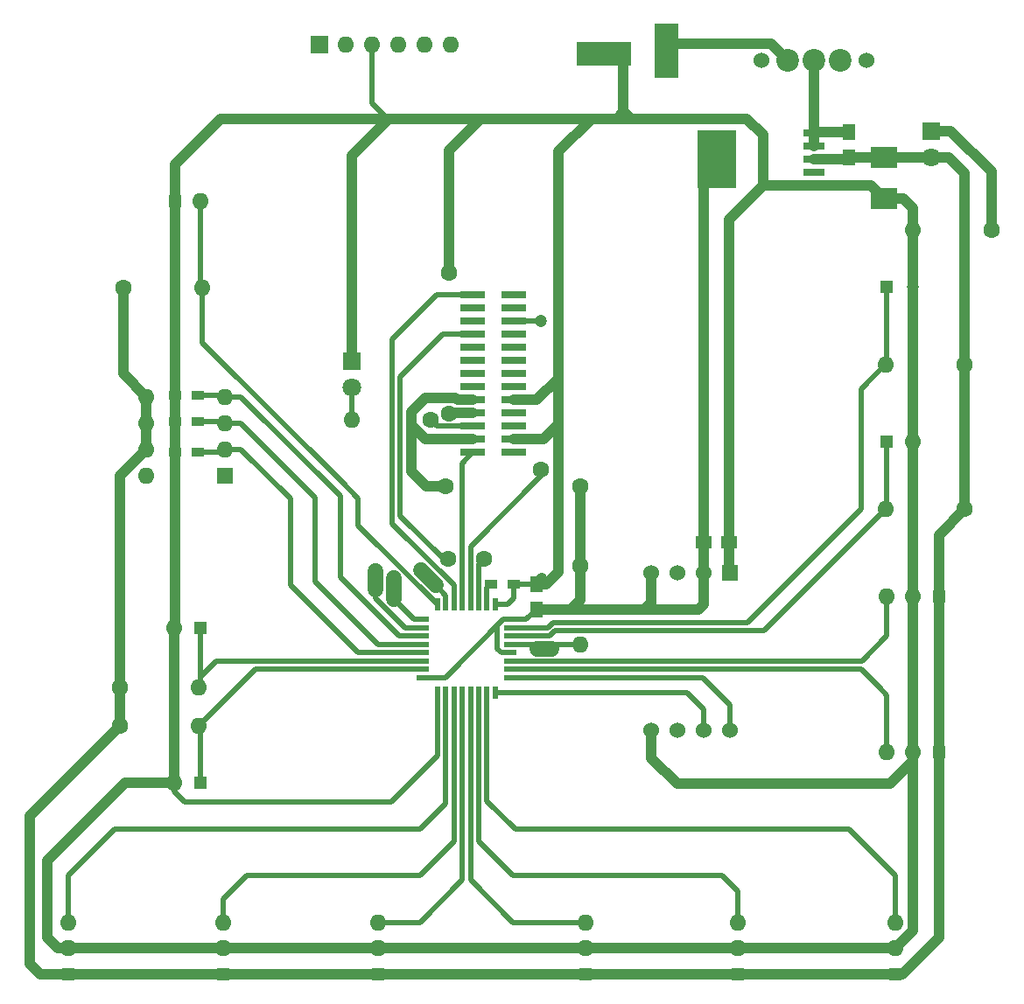
<source format=gbr>
G04 #@! TF.FileFunction,Copper,L2,Bot,Signal*
%FSLAX46Y46*%
G04 Gerber Fmt 4.6, Leading zero omitted, Abs format (unit mm)*
G04 Created by KiCad (PCBNEW 4.0.6) date 06/21/17 19:22:11*
%MOMM*%
%LPD*%
G01*
G04 APERTURE LIST*
%ADD10C,0.100000*%
%ADD11R,1.200000X0.600000*%
%ADD12R,0.600000X1.200000*%
%ADD13R,2.400000X0.750000*%
%ADD14R,1.524000X1.524000*%
%ADD15R,1.500000X1.250000*%
%ADD16R,1.250000X1.500000*%
%ADD17R,2.500000X2.000000*%
%ADD18R,1.800000X1.800000*%
%ADD19C,1.800000*%
%ADD20R,1.200000X1.200000*%
%ADD21C,1.200000*%
%ADD22O,1.600000X1.600000*%
%ADD23R,1.200000X0.900000*%
%ADD24R,1.600000X1.600000*%
%ADD25R,2.123950X0.680000*%
%ADD26R,3.749550X5.699760*%
%ADD27C,1.524000*%
%ADD28C,2.200000*%
%ADD29R,1.700000X1.700000*%
%ADD30C,1.600000*%
%ADD31C,1.000000*%
%ADD32C,0.500000*%
%ADD33C,0.400000*%
%ADD34C,1.500000*%
G04 APERTURE END LIST*
D10*
D11*
X98250000Y-129700000D03*
X98250000Y-130500000D03*
X98250000Y-131300000D03*
X98250000Y-132100000D03*
X98250000Y-132900000D03*
X98250000Y-133700000D03*
X98250000Y-134500000D03*
X98250000Y-135300000D03*
D12*
X96800000Y-136750000D03*
X96000000Y-136750000D03*
X95200000Y-136750000D03*
X94400000Y-136750000D03*
X93600000Y-136750000D03*
X92800000Y-136750000D03*
X92000000Y-136750000D03*
X91200000Y-136750000D03*
D11*
X89750000Y-135300000D03*
X89750000Y-134500000D03*
X89750000Y-133700000D03*
X89750000Y-132900000D03*
X89750000Y-132100000D03*
X89750000Y-131300000D03*
X89750000Y-130500000D03*
X89750000Y-129700000D03*
D12*
X91200000Y-128250000D03*
X92000000Y-128250000D03*
X92800000Y-128250000D03*
X93600000Y-128250000D03*
X94400000Y-128250000D03*
X95200000Y-128250000D03*
X96000000Y-128250000D03*
X96800000Y-128250000D03*
D13*
X94650000Y-98280000D03*
X98550000Y-98280000D03*
X94650000Y-99550000D03*
X98550000Y-99550000D03*
X94650000Y-100820000D03*
X98550000Y-100820000D03*
X94650000Y-102090000D03*
X98550000Y-102090000D03*
X94650000Y-103360000D03*
X98550000Y-103360000D03*
X94650000Y-104630000D03*
X98550000Y-104630000D03*
X94650000Y-105900000D03*
X98550000Y-105900000D03*
X94650000Y-107170000D03*
X98550000Y-107170000D03*
X94650000Y-108440000D03*
X98550000Y-108440000D03*
X94650000Y-109710000D03*
X98550000Y-109710000D03*
X94650000Y-110980000D03*
X98550000Y-110980000D03*
X94650000Y-112250000D03*
X98550000Y-112250000D03*
X94650000Y-113520000D03*
X98550000Y-113520000D03*
D14*
X113775000Y-76500000D03*
X113025000Y-76500000D03*
X113775000Y-75750000D03*
X113025000Y-75750000D03*
X113775000Y-75000000D03*
X113025000Y-75000000D03*
X113775000Y-74250000D03*
X113025000Y-74250000D03*
X113775000Y-73500000D03*
X113025000Y-73500000D03*
X113775000Y-72750000D03*
X113025000Y-72750000D03*
X109200000Y-75300000D03*
X108450000Y-75300000D03*
X107700000Y-75300000D03*
X106950000Y-75300000D03*
X106200000Y-75300000D03*
X105450000Y-75300000D03*
X109200000Y-74550000D03*
X108450000Y-74550000D03*
X107700000Y-74550000D03*
X106950000Y-74550000D03*
X106200000Y-74550000D03*
X105450000Y-74550000D03*
D15*
X119450000Y-122200000D03*
X116950000Y-122200000D03*
D16*
X100750000Y-128750000D03*
X100750000Y-126250000D03*
X131000000Y-82500000D03*
X131000000Y-85000000D03*
D17*
X134400000Y-88950000D03*
X134400000Y-84950000D03*
D18*
X82950000Y-104650000D03*
D19*
X82950000Y-107190000D03*
D20*
X134700000Y-97500000D03*
D21*
X137200000Y-97500000D03*
D20*
X68250000Y-145500000D03*
D22*
X65750000Y-145500000D03*
D23*
X68000000Y-108000000D03*
X65800000Y-108000000D03*
X68000000Y-110500000D03*
X65800000Y-110500000D03*
X68000000Y-113500000D03*
X65800000Y-113500000D03*
X98600000Y-126250000D03*
X96400000Y-126250000D03*
D24*
X70650000Y-115750000D03*
D22*
X63030000Y-108130000D03*
X70650000Y-113210000D03*
X63030000Y-110670000D03*
X70650000Y-110670000D03*
X63030000Y-113210000D03*
X70650000Y-108130000D03*
X63030000Y-115750000D03*
D20*
X65800000Y-89200000D03*
D22*
X68300000Y-89200000D03*
D25*
X127660451Y-87658549D03*
X127660451Y-85118549D03*
X127660451Y-86388549D03*
X127660451Y-83848549D03*
X127660451Y-82578549D03*
D26*
X118214951Y-85118029D03*
D27*
X122570000Y-75600000D03*
X132730000Y-75600000D03*
D28*
X127650000Y-75600000D03*
X125110000Y-75600000D03*
X130190000Y-75600000D03*
D27*
X111920000Y-140420000D03*
X114460000Y-140420000D03*
X117000000Y-140420000D03*
X119540000Y-140420000D03*
D14*
X119540000Y-125180000D03*
D27*
X117000000Y-125180000D03*
X114460000Y-125180000D03*
X111920000Y-125180000D03*
D29*
X79800000Y-74050000D03*
D22*
X82340000Y-74050000D03*
X84880000Y-74050000D03*
X87420000Y-74050000D03*
X89960000Y-74050000D03*
X92500000Y-74050000D03*
D20*
X134700000Y-112500000D03*
D22*
X137200000Y-112500000D03*
D20*
X68250000Y-130500000D03*
D22*
X65750000Y-130500000D03*
D18*
X139000000Y-82400000D03*
D19*
X139000000Y-84940000D03*
D20*
X105500000Y-164000000D03*
D22*
X105500000Y-161500000D03*
X105500000Y-159000000D03*
D20*
X139700000Y-127500000D03*
D22*
X137200000Y-127500000D03*
X134700000Y-127500000D03*
D20*
X55500000Y-164000000D03*
D22*
X55500000Y-161500000D03*
X55500000Y-159000000D03*
D20*
X70500000Y-164000000D03*
D22*
X70500000Y-161500000D03*
X70500000Y-159000000D03*
D20*
X85500000Y-164000000D03*
D22*
X85500000Y-161500000D03*
X85500000Y-159000000D03*
D20*
X120250000Y-164000000D03*
D22*
X120250000Y-161500000D03*
X120250000Y-159000000D03*
D20*
X135500000Y-164000000D03*
D22*
X135500000Y-161500000D03*
X135500000Y-159000000D03*
D20*
X139700000Y-142500000D03*
D22*
X137200000Y-142500000D03*
X134700000Y-142500000D03*
D30*
X105050000Y-124500000D03*
D22*
X105050000Y-132120000D03*
D30*
X60500000Y-140000000D03*
D22*
X68120000Y-140000000D03*
D30*
X60500000Y-136250000D03*
D22*
X68120000Y-136250000D03*
D30*
X60800000Y-97600000D03*
D22*
X68420000Y-97600000D03*
D30*
X142200000Y-105000000D03*
D22*
X134580000Y-105000000D03*
D30*
X142200000Y-119000000D03*
D22*
X134580000Y-119000000D03*
D30*
X144800000Y-91950000D03*
D22*
X137180000Y-91950000D03*
D30*
X90550000Y-110400000D03*
D22*
X82930000Y-110400000D03*
D30*
X92300000Y-96100000D03*
X92300000Y-109750000D03*
X105050000Y-116800000D03*
X92000000Y-116800000D03*
D21*
X101250000Y-100800000D03*
D30*
X101250000Y-115150000D03*
X92250000Y-123850000D03*
X95700000Y-123850000D03*
D31*
X125110000Y-75600000D02*
X123460000Y-73950000D01*
X123460000Y-73950000D02*
X114075000Y-73950000D01*
X114075000Y-73950000D02*
X113775000Y-74250000D01*
X113775000Y-74250000D02*
X113775000Y-75000000D01*
D32*
X84880000Y-74050000D02*
X84880000Y-79680000D01*
X86400000Y-81200000D02*
X86400000Y-81300000D01*
X84880000Y-79680000D02*
X86400000Y-81200000D01*
D31*
X94650000Y-109710000D02*
X92340000Y-109710000D01*
X92300000Y-84300000D02*
X95400000Y-81200000D01*
X92300000Y-96100000D02*
X92300000Y-84300000D01*
X92340000Y-109710000D02*
X92300000Y-109750000D01*
X98550000Y-112250000D02*
X101450000Y-112250000D01*
X101450000Y-112250000D02*
X102900000Y-110800000D01*
X98550000Y-108440000D02*
X100810000Y-108440000D01*
X100810000Y-108440000D02*
X102900000Y-106350000D01*
X100750000Y-126250000D02*
X101700000Y-126250000D01*
X102900000Y-84400000D02*
X106100000Y-81200000D01*
X102900000Y-125050000D02*
X102900000Y-110800000D01*
X102900000Y-110800000D02*
X102900000Y-106350000D01*
X102900000Y-106350000D02*
X102900000Y-84400000D01*
X101700000Y-126250000D02*
X102900000Y-125050000D01*
X109200000Y-80550000D02*
X109250000Y-80550000D01*
X109250000Y-80550000D02*
X109900000Y-81200000D01*
X109200000Y-75300000D02*
X109200000Y-80550000D01*
X109200000Y-80550000D02*
X108550000Y-81200000D01*
X82950000Y-85100000D02*
X82950000Y-84750000D01*
X82950000Y-84750000D02*
X86400000Y-81300000D01*
X86400000Y-81300000D02*
X86500000Y-81200000D01*
X82950000Y-90600000D02*
X82950000Y-85100000D01*
X82950000Y-104650000D02*
X82950000Y-90600000D01*
X82950000Y-90600000D02*
X82950000Y-90550000D01*
X93900000Y-81200000D02*
X86500000Y-81200000D01*
X103850000Y-81200000D02*
X95400000Y-81200000D01*
X95400000Y-81200000D02*
X93900000Y-81200000D01*
X122741451Y-87658549D02*
X122741451Y-85000000D01*
X121150000Y-81200000D02*
X109900000Y-81200000D01*
X122741451Y-82791451D02*
X121150000Y-81200000D01*
X122741451Y-85000000D02*
X122741451Y-82791451D01*
X109900000Y-81200000D02*
X108550000Y-81200000D01*
X108550000Y-81200000D02*
X106100000Y-81200000D01*
X106100000Y-81200000D02*
X103850000Y-81200000D01*
X86500000Y-81200000D02*
X84200000Y-81200000D01*
X84200000Y-81200000D02*
X70250000Y-81200000D01*
X70250000Y-81200000D02*
X65800000Y-85650000D01*
X65800000Y-85650000D02*
X65800000Y-89200000D01*
X107700000Y-75300000D02*
X108450000Y-75300000D01*
X119450000Y-90950000D02*
X122741451Y-87658549D01*
X119450000Y-108000000D02*
X119450000Y-90950000D01*
X119450000Y-122200000D02*
X119450000Y-108000000D01*
X122741451Y-87658549D02*
X127660451Y-87658549D01*
X101300000Y-125700000D02*
X100750000Y-126250000D01*
X137200000Y-97500000D02*
X137200000Y-91970000D01*
X137200000Y-91970000D02*
X137180000Y-91950000D01*
X137180000Y-91950000D02*
X137180000Y-89880000D01*
X134400000Y-88950000D02*
X136250000Y-88950000D01*
X136250000Y-88950000D02*
X137180000Y-89880000D01*
X137180000Y-97480000D02*
X137200000Y-97500000D01*
D32*
X91200000Y-136750000D02*
X91200000Y-142850000D01*
X65750000Y-146350000D02*
X65750000Y-145500000D01*
X66750000Y-147350000D02*
X65750000Y-146350000D01*
X86700000Y-147350000D02*
X66750000Y-147350000D01*
X91200000Y-142850000D02*
X86700000Y-147350000D01*
D31*
X119450000Y-122200000D02*
X119450000Y-125090000D01*
X119450000Y-125090000D02*
X119540000Y-125180000D01*
X127660451Y-87658549D02*
X133108549Y-87658549D01*
X133108549Y-87658549D02*
X134400000Y-88950000D01*
X111920000Y-140420000D02*
X111920000Y-143120000D01*
X135000000Y-145600000D02*
X137200000Y-143400000D01*
X114400000Y-145600000D02*
X135000000Y-145600000D01*
X111920000Y-143120000D02*
X114400000Y-145600000D01*
X137200000Y-145000000D02*
X137200000Y-159800000D01*
X137200000Y-159800000D02*
X135500000Y-161500000D01*
X65800000Y-89200000D02*
X65800000Y-108000000D01*
X65800000Y-113500000D02*
X65800000Y-130450000D01*
X65800000Y-130450000D02*
X65750000Y-130500000D01*
X53500000Y-153000000D02*
X61000000Y-145500000D01*
X54500000Y-161500000D02*
X53500000Y-160500000D01*
X53500000Y-160500000D02*
X53500000Y-153000000D01*
X55500000Y-161500000D02*
X54500000Y-161500000D01*
X61000000Y-145500000D02*
X65750000Y-145500000D01*
X65750000Y-130500000D02*
X65750000Y-145500000D01*
X137200000Y-97500000D02*
X137200000Y-112500000D01*
X137200000Y-127500000D02*
X137200000Y-112500000D01*
D32*
X91200000Y-136750000D02*
X91200000Y-136800000D01*
D31*
X137200000Y-142500000D02*
X137200000Y-143400000D01*
X137200000Y-143400000D02*
X137200000Y-145000000D01*
X137200000Y-145000000D02*
X137200000Y-145250000D01*
X55500000Y-161500000D02*
X70500000Y-161500000D01*
X70500000Y-161500000D02*
X85500000Y-161500000D01*
X85500000Y-161500000D02*
X105500000Y-161500000D01*
X105500000Y-161500000D02*
X120250000Y-161500000D01*
X120250000Y-161500000D02*
X135500000Y-161500000D01*
X137200000Y-127500000D02*
X137200000Y-142500000D01*
D32*
X96800000Y-128250000D02*
X98000000Y-128250000D01*
X98600000Y-127650000D02*
X98600000Y-126250000D01*
X98000000Y-128250000D02*
X98600000Y-127650000D01*
X100750000Y-126250000D02*
X98600000Y-126250000D01*
D31*
X65800000Y-108000000D02*
X65800000Y-110500000D01*
X65800000Y-110500000D02*
X65800000Y-113500000D01*
X94650000Y-108440000D02*
X93140000Y-108440000D01*
X88700000Y-109600000D02*
X88700000Y-110600000D01*
X90050000Y-108250000D02*
X88700000Y-109600000D01*
X92950000Y-108250000D02*
X90050000Y-108250000D01*
X93140000Y-108440000D02*
X92950000Y-108250000D01*
X105050000Y-124500000D02*
X105050000Y-116800000D01*
X105050000Y-124500000D02*
X105050000Y-127800000D01*
X105050000Y-127800000D02*
X104100000Y-128750000D01*
X118214951Y-85118029D02*
X116950000Y-86382980D01*
X116950000Y-86382980D02*
X116950000Y-122200000D01*
X88700000Y-110600000D02*
X88700000Y-115350000D01*
X90150000Y-116800000D02*
X92000000Y-116800000D01*
X88700000Y-115350000D02*
X90150000Y-116800000D01*
X91500000Y-112250000D02*
X90050000Y-112250000D01*
X90050000Y-112250000D02*
X88700000Y-110900000D01*
X94650000Y-112250000D02*
X91500000Y-112250000D01*
D32*
X88700000Y-110900000D02*
X88700000Y-110600000D01*
D31*
X118215471Y-85118549D02*
X118214951Y-85118029D01*
X139000000Y-84940000D02*
X140690000Y-84940000D01*
X142200000Y-86450000D02*
X142200000Y-90100000D01*
X140690000Y-84940000D02*
X142200000Y-86450000D01*
X134400000Y-84950000D02*
X138990000Y-84950000D01*
X142200000Y-90100000D02*
X142200000Y-105000000D01*
X142200000Y-88160000D02*
X142200000Y-90100000D01*
D32*
X89750000Y-135300000D02*
X91950000Y-135300000D01*
X91950000Y-135300000D02*
X97550000Y-129700000D01*
X97550000Y-129700000D02*
X98250000Y-129700000D01*
D31*
X116950000Y-122200000D02*
X117000000Y-122250000D01*
X117000000Y-122250000D02*
X117000000Y-125180000D01*
X118215471Y-85118549D02*
X118214951Y-85118029D01*
X127660451Y-85118549D02*
X130881451Y-85118549D01*
X130881451Y-85118549D02*
X131050000Y-84950000D01*
X131050000Y-84950000D02*
X134400000Y-84950000D01*
X117000000Y-125180000D02*
X117000000Y-128200000D01*
X116450000Y-128750000D02*
X114050000Y-128750000D01*
X117000000Y-128200000D02*
X116450000Y-128750000D01*
X111920000Y-125180000D02*
X111920000Y-128029998D01*
X111920000Y-128029998D02*
X111199998Y-128750000D01*
X111920000Y-125180000D02*
X111920000Y-125480000D01*
X100750000Y-128750000D02*
X104100000Y-128750000D01*
X104100000Y-128750000D02*
X108650000Y-128750000D01*
X108650000Y-128750000D02*
X111199998Y-128750000D01*
X111199998Y-128750000D02*
X114050000Y-128750000D01*
X117000000Y-125800000D02*
X117000000Y-125180000D01*
X117000000Y-125180000D02*
X117000000Y-125800000D01*
X139700000Y-144750000D02*
X139700000Y-160500000D01*
X139700000Y-142500000D02*
X139700000Y-144750000D01*
X136200000Y-164000000D02*
X135500000Y-164000000D01*
X139700000Y-160500000D02*
X136200000Y-164000000D01*
X60800000Y-97600000D02*
X60800000Y-105900000D01*
X60800000Y-105900000D02*
X63030000Y-108130000D01*
X60500000Y-136250000D02*
X60500000Y-115740000D01*
X60500000Y-115740000D02*
X63030000Y-113210000D01*
X51750000Y-151000000D02*
X51750000Y-148750000D01*
X51750000Y-148750000D02*
X60500000Y-140000000D01*
X60500000Y-136250000D02*
X60500000Y-140000000D01*
X142200000Y-105000000D02*
X142200000Y-119000000D01*
X142200000Y-119000000D02*
X139700000Y-121500000D01*
X139700000Y-121500000D02*
X139700000Y-127500000D01*
X55500000Y-164000000D02*
X52750000Y-164000000D01*
X51750000Y-163000000D02*
X51750000Y-151000000D01*
X52750000Y-164000000D02*
X51750000Y-163000000D01*
X63030000Y-108130000D02*
X63030000Y-110670000D01*
X63030000Y-110670000D02*
X63030000Y-113210000D01*
X85500000Y-164000000D02*
X105500000Y-164000000D01*
X105500000Y-164000000D02*
X120250000Y-164000000D01*
X120250000Y-164000000D02*
X135500000Y-164000000D01*
X55500000Y-164000000D02*
X70500000Y-164000000D01*
X70500000Y-164000000D02*
X85500000Y-164000000D01*
X139700000Y-127500000D02*
X139700000Y-142500000D01*
X100750000Y-128750000D02*
X102000000Y-128750000D01*
D32*
X98250000Y-129700000D02*
X99800000Y-129700000D01*
X99800000Y-129700000D02*
X100750000Y-128750000D01*
X98250000Y-132900000D02*
X97400000Y-132900000D01*
D33*
X97550000Y-129700000D02*
X98250000Y-129700000D01*
X97000000Y-130250000D02*
X97550000Y-129700000D01*
D32*
X97000000Y-132500000D02*
X97000000Y-130250000D01*
X97400000Y-132900000D02*
X97000000Y-132500000D01*
D31*
X127660451Y-82578549D02*
X127660451Y-75610451D01*
X127660451Y-75610451D02*
X127650000Y-75600000D01*
X127660451Y-83848549D02*
X127660451Y-82578549D01*
X127660451Y-82578549D02*
X127739000Y-82500000D01*
X127739000Y-82500000D02*
X131000000Y-82500000D01*
D32*
X82950000Y-107190000D02*
X82950000Y-110380000D01*
X82950000Y-110380000D02*
X82930000Y-110400000D01*
X100750000Y-130500000D02*
X101900000Y-130500000D01*
X121200000Y-130000000D02*
X132200000Y-119000000D01*
X102400000Y-130000000D02*
X121200000Y-130000000D01*
X101900000Y-130500000D02*
X102400000Y-130000000D01*
X98250000Y-130500000D02*
X100750000Y-130500000D01*
X132200000Y-107380000D02*
X134700000Y-104880000D01*
X132200000Y-119000000D02*
X132200000Y-107380000D01*
X134700000Y-97500000D02*
X134700000Y-104880000D01*
X89750000Y-134500000D02*
X73620000Y-134500000D01*
X73620000Y-134500000D02*
X68120000Y-140000000D01*
X68250000Y-145500000D02*
X68250000Y-140130000D01*
X68250000Y-140130000D02*
X68120000Y-140000000D01*
X122400000Y-130800000D02*
X122780000Y-130800000D01*
X122780000Y-130800000D02*
X134580000Y-119000000D01*
X101200000Y-131300000D02*
X102100000Y-131300000D01*
X102600000Y-130800000D02*
X122400000Y-130800000D01*
X102100000Y-131300000D02*
X102600000Y-130800000D01*
X101000000Y-131300000D02*
X101200000Y-131300000D01*
X98250000Y-131300000D02*
X101000000Y-131300000D01*
X134700000Y-112500000D02*
X134700000Y-118880000D01*
X134700000Y-118880000D02*
X134580000Y-119000000D01*
X89750000Y-133700000D02*
X69800000Y-133700000D01*
X69800000Y-133700000D02*
X68250000Y-135250000D01*
X68250000Y-130500000D02*
X68250000Y-135250000D01*
X68250000Y-135250000D02*
X68250000Y-136120000D01*
X68250000Y-136120000D02*
X68120000Y-136250000D01*
X98250000Y-133700000D02*
X132250000Y-133700000D01*
X134700000Y-131250000D02*
X134700000Y-127500000D01*
X132250000Y-133700000D02*
X134700000Y-131250000D01*
X131000000Y-134500000D02*
X98250000Y-134500000D01*
X133950000Y-136250000D02*
X134700000Y-137000000D01*
X134700000Y-137000000D02*
X134700000Y-137250000D01*
X131450000Y-134500000D02*
X132200000Y-134500000D01*
X134700000Y-138000000D02*
X134700000Y-142500000D01*
X134700000Y-137250000D02*
X134700000Y-138000000D01*
X132200000Y-134500000D02*
X133950000Y-136250000D01*
X130950000Y-134500000D02*
X131000000Y-134500000D01*
X131000000Y-134500000D02*
X131450000Y-134500000D01*
X122500000Y-150000000D02*
X131000000Y-150000000D01*
X131000000Y-150000000D02*
X135500000Y-154500000D01*
X96000000Y-140000000D02*
X96000000Y-147250000D01*
X135500000Y-154500000D02*
X135500000Y-159000000D01*
X98750000Y-150000000D02*
X122500000Y-150000000D01*
X96000000Y-147250000D02*
X98750000Y-150000000D01*
X96000000Y-136750000D02*
X96000000Y-140000000D01*
X95200000Y-150750000D02*
X95200000Y-151200000D01*
X120250000Y-156000000D02*
X120250000Y-159000000D01*
X118750000Y-154500000D02*
X120250000Y-156000000D01*
X98500000Y-154500000D02*
X118750000Y-154500000D01*
X95200000Y-151200000D02*
X98500000Y-154500000D01*
X95200000Y-143500000D02*
X95200000Y-150750000D01*
X95200000Y-136750000D02*
X95200000Y-143500000D01*
X94400000Y-136750000D02*
X94400000Y-154900000D01*
X98500000Y-159000000D02*
X105500000Y-159000000D01*
X94400000Y-154900000D02*
X98500000Y-159000000D01*
X92800000Y-136750000D02*
X92800000Y-151200000D01*
X70500000Y-156750000D02*
X70500000Y-159000000D01*
X72750000Y-154500000D02*
X70500000Y-156750000D01*
X89500000Y-154500000D02*
X72750000Y-154500000D01*
X92800000Y-151200000D02*
X89500000Y-154500000D01*
X92000000Y-136750000D02*
X92000000Y-147500000D01*
X55500000Y-154500000D02*
X55500000Y-159000000D01*
X60000000Y-150000000D02*
X55500000Y-154500000D01*
X89500000Y-150000000D02*
X60000000Y-150000000D01*
X92000000Y-147500000D02*
X89500000Y-150000000D01*
X93600000Y-136750000D02*
X93600000Y-154900000D01*
X89500000Y-159000000D02*
X85500000Y-159000000D01*
X93600000Y-154900000D02*
X89500000Y-159000000D01*
X89750000Y-129700000D02*
X88950000Y-129700000D01*
D34*
X86950000Y-127700000D02*
X86950000Y-125650000D01*
D32*
X88950000Y-129700000D02*
X86950000Y-127700000D01*
X89750000Y-130500000D02*
X88100000Y-130500000D01*
D34*
X85250000Y-126750000D02*
X85250000Y-125000000D01*
D32*
X85250000Y-127650000D02*
X85250000Y-126750000D01*
X88100000Y-130500000D02*
X85250000Y-127650000D01*
X100850000Y-132100000D02*
X100850000Y-132500000D01*
D34*
X100850000Y-132500000D02*
X102200000Y-132500000D01*
D32*
X98250000Y-132100000D02*
X100850000Y-132100000D01*
X100850000Y-132100000D02*
X105030000Y-132100000D01*
X105030000Y-132100000D02*
X105050000Y-132120000D01*
X98270000Y-132120000D02*
X98250000Y-132100000D01*
X92000000Y-128250000D02*
X92000000Y-127350000D01*
D34*
X91050000Y-126400000D02*
X89600000Y-124950000D01*
D32*
X92000000Y-127350000D02*
X91050000Y-126400000D01*
X81875000Y-116325000D02*
X83550000Y-118000000D01*
X83550000Y-120600000D02*
X91200000Y-128250000D01*
X83550000Y-118000000D02*
X83550000Y-120600000D01*
X68420000Y-97600000D02*
X68420000Y-102870000D01*
X68420000Y-102870000D02*
X81875000Y-116325000D01*
X68300000Y-89200000D02*
X68300000Y-97480000D01*
X68300000Y-97480000D02*
X68420000Y-97600000D01*
X72200000Y-113210000D02*
X77000000Y-118010000D01*
X77000000Y-118010000D02*
X77000000Y-126400000D01*
X83700000Y-132900000D02*
X83500000Y-132900000D01*
X88000000Y-132900000D02*
X87400000Y-132900000D01*
X89750000Y-132900000D02*
X88000000Y-132900000D01*
X72200000Y-113210000D02*
X70650000Y-113210000D01*
X83700000Y-132900000D02*
X87400000Y-132900000D01*
X83500000Y-132900000D02*
X77000000Y-126400000D01*
X68000000Y-113500000D02*
X70360000Y-113500000D01*
D33*
X70360000Y-113500000D02*
X70650000Y-113210000D01*
D32*
X72200000Y-110670000D02*
X79400000Y-117870000D01*
X79400000Y-117870000D02*
X79400000Y-126000000D01*
X70650000Y-110670000D02*
X72200000Y-110670000D01*
X79400000Y-126000000D02*
X85500000Y-132100000D01*
X85500000Y-132100000D02*
X89750000Y-132100000D01*
X68000000Y-110500000D02*
X70480000Y-110500000D01*
D33*
X70480000Y-110500000D02*
X70650000Y-110670000D01*
D32*
X72200000Y-108130000D02*
X81800000Y-117730000D01*
X81800000Y-117730000D02*
X81800000Y-125600000D01*
X88500000Y-131300000D02*
X87500000Y-131300000D01*
X87500000Y-131300000D02*
X81800000Y-125600000D01*
X89750000Y-131300000D02*
X88500000Y-131300000D01*
X81800000Y-125600000D02*
X81800000Y-123800000D01*
X70650000Y-108130000D02*
X72200000Y-108130000D01*
X81800000Y-123800000D02*
X81800000Y-124600000D01*
X68000000Y-108000000D02*
X70520000Y-108000000D01*
D33*
X70520000Y-108000000D02*
X70650000Y-108130000D01*
D32*
X101250000Y-115150000D02*
X101250000Y-115800000D01*
X94400000Y-122650000D02*
X94400000Y-123950000D01*
X101250000Y-115800000D02*
X94400000Y-122650000D01*
X94400000Y-126050000D02*
X94400000Y-123950000D01*
X94400000Y-128250000D02*
X94400000Y-126050000D01*
X101250000Y-100800000D02*
X98570000Y-100800000D01*
X98570000Y-100800000D02*
X98550000Y-100820000D01*
X95200000Y-128250000D02*
X95200000Y-124350000D01*
X87600000Y-106250000D02*
X91760000Y-102090000D01*
X87600000Y-119650000D02*
X87600000Y-106250000D01*
X91760000Y-102090000D02*
X94650000Y-102090000D01*
X91800000Y-123850000D02*
X87600000Y-119650000D01*
X92250000Y-123850000D02*
X91800000Y-123850000D01*
X95200000Y-124350000D02*
X95700000Y-123850000D01*
X92800000Y-128250000D02*
X92800000Y-126400000D01*
X86800000Y-102600000D02*
X88550000Y-100850000D01*
X86800000Y-120400000D02*
X86800000Y-102600000D01*
X92800000Y-126400000D02*
X86800000Y-120400000D01*
X88550000Y-100850000D02*
X91120000Y-98280000D01*
X91120000Y-98280000D02*
X94650000Y-98280000D01*
X93600000Y-128250000D02*
X93600000Y-114570000D01*
X93600000Y-114570000D02*
X94650000Y-113520000D01*
X96000000Y-128250000D02*
X96000000Y-126650000D01*
X96000000Y-126650000D02*
X96400000Y-126250000D01*
X117000000Y-140420000D02*
X117000000Y-138400000D01*
X115350000Y-136750000D02*
X96800000Y-136750000D01*
X117000000Y-138400000D02*
X115350000Y-136750000D01*
X98250000Y-135300000D02*
X116900000Y-135300000D01*
X119540000Y-137940000D02*
X119540000Y-140420000D01*
X116900000Y-135300000D02*
X119540000Y-137940000D01*
D31*
X139000000Y-82400000D02*
X140850000Y-82400000D01*
X144800000Y-86350000D02*
X144800000Y-91950000D01*
X140850000Y-82400000D02*
X144800000Y-86350000D01*
D32*
X90550000Y-110400000D02*
X91130000Y-110980000D01*
X91130000Y-110980000D02*
X94650000Y-110980000D01*
X90580000Y-110430000D02*
X90550000Y-110400000D01*
X94650000Y-110980000D02*
X94570000Y-111060000D01*
M02*

</source>
